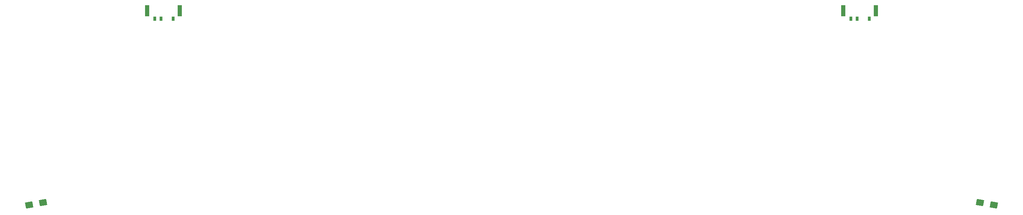
<source format=gtp>
G04 #@! TF.GenerationSoftware,KiCad,Pcbnew,9.0.2*
G04 #@! TF.CreationDate,2025-07-22T14:04:35+09:00*
G04 #@! TF.ProjectId,totem+1,746f7465-6d2b-4312-9e6b-696361645f70,0.3*
G04 #@! TF.SameCoordinates,Original*
G04 #@! TF.FileFunction,Paste,Top*
G04 #@! TF.FilePolarity,Positive*
%FSLAX46Y46*%
G04 Gerber Fmt 4.6, Leading zero omitted, Abs format (unit mm)*
G04 Created by KiCad (PCBNEW 9.0.2) date 2025-07-22 14:04:35*
%MOMM*%
%LPD*%
G01*
G04 APERTURE LIST*
G04 Aperture macros list*
%AMRotRect*
0 Rectangle, with rotation*
0 The origin of the aperture is its center*
0 $1 length*
0 $2 width*
0 $3 Rotation angle, in degrees counterclockwise*
0 Add horizontal line*
21,1,$1,$2,0,0,$3*%
G04 Aperture macros list end*
%ADD10R,0.700000X1.000000*%
%ADD11R,1.000000X2.800000*%
%ADD12RotRect,1.800000X1.500000X170.000000*%
%ADD13RotRect,1.800000X1.500000X10.000000*%
G04 APERTURE END LIST*
D10*
X67500000Y-53200000D03*
X64500000Y-53200000D03*
X63000000Y-53200000D03*
D11*
X69100000Y-51300000D03*
X61150000Y-51300000D03*
D12*
X267674173Y-98795202D03*
X264325827Y-98204798D03*
D10*
X237300000Y-53200000D03*
X234300000Y-53200000D03*
X232800000Y-53200000D03*
D11*
X238900000Y-51300000D03*
X230950000Y-51300000D03*
D13*
X32325827Y-98795202D03*
X35674173Y-98204798D03*
M02*

</source>
